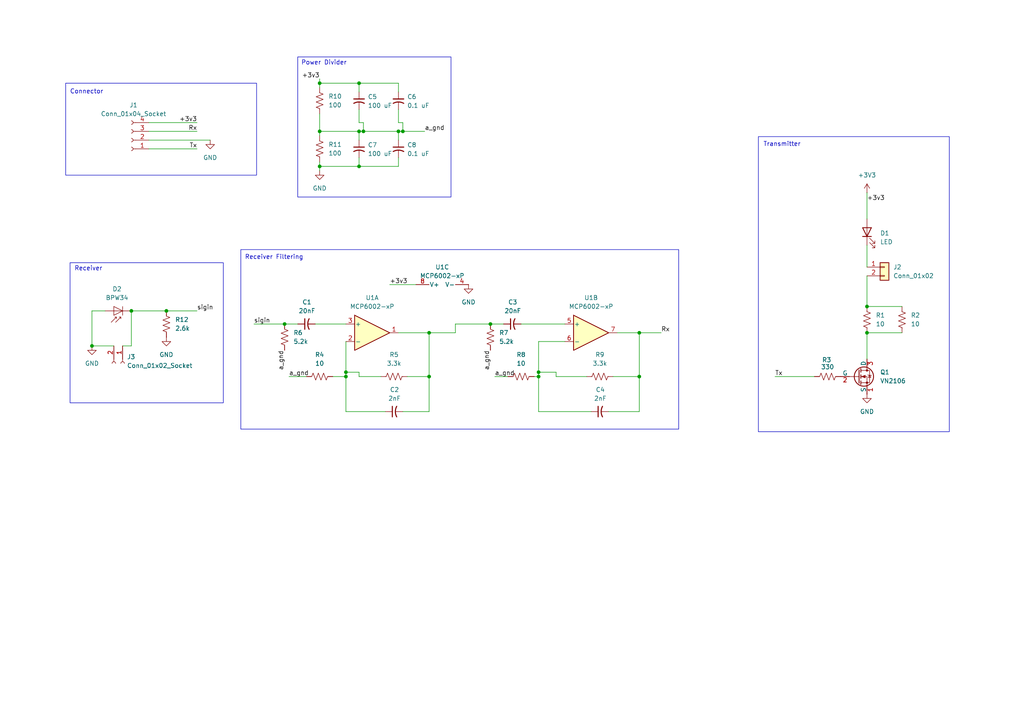
<source format=kicad_sch>
(kicad_sch (version 20250114) (generator "eeschema") (generator_version "9.0")
  (paper "A4")
  (title_block (title "Laser tag pcb") (date "2025-10-16"))
  (lib_symbols
    (symbol "Amplifier_Operational:MCP6002-xP" (pin_names (offset 0.127))
      (property "Reference" "U" (at 0 5.08 0))
      (property "Value" "MCP6002-xP" (at 0 -5.08 0))
      (symbol "MCP6002-xP_1_1"
        (polyline (pts (xy -5.08 5.08) (xy 5.08 0) (xy -5.08 -5.08) (xy -5.08 5.08)) (stroke (width 0.254)) (fill (type background)))
        (pin input line (at -7.62 2.54 0) (length 2.54) (name "+") (number "3"))
        (pin input line (at -7.62 -2.54 0) (length 2.54) (name "-") (number "2"))
        (pin output line (at 7.62 0 180) (length 2.54) (name "~") (number "1"))
      )
      (symbol "MCP6002-xP_2_1"
        (polyline (pts (xy -5.08 5.08) (xy 5.08 0) (xy -5.08 -5.08) (xy -5.08 5.08)) (stroke (width 0.254)) (fill (type background)))
        (pin input line (at -7.62 2.54 0) (length 2.54) (name "+") (number "5"))
        (pin input line (at -7.62 -2.54 0) (length 2.54) (name "-") (number "6"))
        (pin output line (at 7.62 0 180) (length 2.54) (name "~") (number "7"))
      )
      (symbol "MCP6002-xP_3_1"
        (pin power_in line (at -2.54 7.62 270) (length 3.81) (name "V+") (number "8"))
        (pin power_in line (at -2.54 -7.62 90) (length 3.81) (name "V-") (number "4"))
      )
    )
    (symbol "Connector:Conn_01x02_Socket" (pin_names (offset 1.016) (hide yes))
      (property "Reference" "J" (at 0 2.54 0))
      (property "Value" "Conn_01x02_Socket" (at 0 -5.08 0))
      (symbol "Conn_01x02_Socket_1_1"
        (polyline (pts (xy -1.27 0) (xy -0.508 0)) (stroke (width 0.1524)))
        (polyline (pts (xy -1.27 -2.54) (xy -0.508 -2.54)) (stroke (width 0.1524)))
        (arc (start 0 -0.508) (mid -0.5058 0) (end 0 0.508) (stroke (width 0.1524)))
        (arc (start 0 -3.048) (mid -0.5058 -2.54) (end 0 -2.032) (stroke (width 0.1524)))
        (pin passive line (at -5.08 0 0) (length 3.81) (name "Pin_1") (number "1"))
        (pin passive line (at -5.08 -2.54 0) (length 3.81) (name "Pin_2") (number "2"))
      )
    )
    (symbol "Connector:Conn_01x04_Socket" (pin_names (offset 1.016) (hide yes))
      (property "Reference" "J" (at 0 5.08 0))
      (property "Value" "Conn_01x04_Socket" (at 0 -7.62 0))
      (symbol "Conn_01x04_Socket_1_1"
        (polyline (pts (xy -1.27 2.54) (xy -0.508 2.54)) (stroke (width 0.1524)))
        (polyline (pts (xy -1.27 0) (xy -0.508 0)) (stroke (width 0.1524)))
        (polyline (pts (xy -1.27 -2.54) (xy -0.508 -2.54)) (stroke (width 0.1524)))
        (polyline (pts (xy -1.27 -5.08) (xy -0.508 -5.08)) (stroke (width 0.1524)))
        (arc (start 0 2.032) (mid -0.5058 2.54) (end 0 3.048) (stroke (width 0.1524)))
        (arc (start 0 -0.508) (mid -0.5058 0) (end 0 0.508) (stroke (width 0.1524)))
        (arc (start 0 -3.048) (mid -0.5058 -2.54) (end 0 -2.032) (stroke (width 0.1524)))
        (arc (start 0 -5.588) (mid -0.5058 -5.08) (end 0 -4.572) (stroke (width 0.1524)))
        (pin passive line (at -5.08 2.54 0) (length 3.81) (name "Pin_1") (number "1"))
        (pin passive line (at -5.08 0 0) (length 3.81) (name "Pin_2") (number "2"))
        (pin passive line (at -5.08 -2.54 0) (length 3.81) (name "Pin_3") (number "3"))
        (pin passive line (at -5.08 -5.08 0) (length 3.81) (name "Pin_4") (number "4"))
      )
    )
    (symbol "Connector_Generic:Conn_01x02" (pin_names (offset 1.016) (hide yes))
      (property "Reference" "J" (at 0 2.54 0))
      (property "Value" "Conn_01x02" (at 0 -5.08 0))
      (symbol "Conn_01x02_1_1"
        (rectangle (start -1.27 1.27) (end 1.27 -3.81) (stroke (width 0.254)) (fill (type background)))
        (rectangle (start -1.27 0.127) (end 0 -0.127) (stroke (width 0.1524)))
        (rectangle (start -1.27 -2.413) (end 0 -2.667) (stroke (width 0.1524)))
        (pin passive line (at -5.08 0 0) (length 3.81) (name "Pin_1") (number "1"))
        (pin passive line (at -5.08 -2.54 0) (length 3.81) (name "Pin_2") (number "2"))
      )
    )
    (symbol "Device:C_Small_US" (pin_numbers (hide yes)) (pin_names (offset 0.254) (hide yes))
      (property "Reference" "C" (at 0.254 1.778 0))
      (property "Value" "C_Small_US" (at 0.254 -2.032 0))
      (symbol "C_Small_US_0_1"
        (polyline (pts (xy -1.524 0.508) (xy 1.524 0.508)) (stroke (width 0.3048)))
        (arc (start -1.524 -0.762) (mid 0 -0.3734) (end 1.524 -0.762) (stroke (width 0.3048)))
      )
      (symbol "C_Small_US_1_1"
        (pin passive line (at 0 2.54 270) (length 2.032) (name "~") (number "1"))
        (pin passive line (at 0 -2.54 90) (length 2.032) (name "~") (number "2"))
      )
    )
    (symbol "Device:LED" (pin_numbers (hide yes)) (pin_names (offset 1.016) (hide yes))
      (property "Reference" "D" (at 0 2.54 0))
      (property "Value" "LED" (at 0 -2.54 0))
      (symbol "LED_0_1"
        (polyline (pts (xy -3.048 -0.762) (xy -4.572 -2.286) (xy -3.81 -2.286) (xy -4.572 -2.286) (xy -4.572 -1.524)))
        (polyline (pts (xy -1.778 -0.762) (xy -3.302 -2.286) (xy -2.54 -2.286) (xy -3.302 -2.286) (xy -3.302 -1.524)))
        (polyline (pts (xy -1.27 0) (xy 1.27 0)))
        (polyline (pts (xy -1.27 -1.27) (xy -1.27 1.27)) (stroke (width 0.254)))
        (polyline (pts (xy 1.27 -1.27) (xy 1.27 1.27) (xy -1.27 0) (xy 1.27 -1.27)) (stroke (width 0.254)))
      )
      (symbol "LED_1_1"
        (pin passive line (at -3.81 0 0) (length 2.54) (name "K") (number "1"))
        (pin passive line (at 3.81 0 180) (length 2.54) (name "A") (number "2"))
      )
    )
    (symbol "Device:R_US" (pin_numbers (hide yes)) (pin_names (offset 0))
      (property "Reference" "R" (at 2.54 0 90))
      (property "Value" "R_US" (at -2.54 0 90))
      (symbol "R_US_0_1"
        (polyline (pts (xy 0 2.286) (xy 0 2.54)))
        (polyline (pts (xy 0 2.286) (xy 1.016 1.905) (xy 0 1.524) (xy -1.016 1.143) (xy 0 0.762)))
        (polyline (pts (xy 0 0.762) (xy 1.016 0.381) (xy 0 0) (xy -1.016 -0.381) (xy 0 -0.762)))
        (polyline (pts (xy 0 -0.762) (xy 1.016 -1.143) (xy 0 -1.524) (xy -1.016 -1.905) (xy 0 -2.286)))
        (polyline (pts (xy 0 -2.286) (xy 0 -2.54)))
      )
      (symbol "R_US_1_1"
        (pin passive line (at 0 3.81 270) (length 1.27) (name "~") (number "1"))
        (pin passive line (at 0 -3.81 90) (length 1.27) (name "~") (number "2"))
      )
    )
    (symbol "Sensor_Optical:BPW34" (pin_numbers (hide yes)) (pin_names (offset 1.016) (hide yes))
      (property "Reference" "D" (at 0.508 1.778 0))
      (property "Value" "BPW34" (at -1.016 -2.794 0))
      (symbol "BPW34_0_1"
        (polyline (pts (xy -2.54 1.27) (xy -2.54 -1.27)) (stroke (width 0.1524)))
        (polyline (pts (xy -2.032 1.778) (xy -1.524 1.778)))
        (polyline (pts (xy -0.508 3.302) (xy -2.032 1.778) (xy -2.032 2.286)))
        (polyline (pts (xy 0 1.27) (xy -2.54 0) (xy 0 -1.27)))
        (polyline (pts (xy 0 0) (xy -2.54 0)))
        (polyline (pts (xy 0 -1.27) (xy 0 1.27)))
        (polyline (pts (xy 0.762 3.302) (xy -0.762 1.778) (xy -0.762 2.286) (xy -0.762 1.778) (xy -0.254 1.778)))
      )
      (symbol "BPW34_1_1"
        (pin passive line (at -5.08 0 0) (length 2.54) (name "K") (number "1"))
        (pin passive line (at 2.54 0 180) (length 2.54) (name "A") (number "2"))
      )
    )
    (symbol "Simulation_SPICE:NMOS" (pin_names (offset 0))
      (property "Reference" "Q1" (at 6.35 1.2701 0))
      (property "Value" "VN2106" (at 6.35 -1.2699 0))
      (symbol "NMOS_0_1"
        (polyline (pts (xy 0.254 1.905) (xy 0.254 -1.905)) (stroke (width 0.254)))
        (polyline (pts (xy 0.254 0) (xy -2.54 0)))
        (polyline (pts (xy 0.762 2.286) (xy 0.762 1.27)) (stroke (width 0.254)))
        (polyline (pts (xy 0.762 0.508) (xy 0.762 -0.508)) (stroke (width 0.254)))
        (polyline (pts (xy 0.762 -1.27) (xy 0.762 -2.286)) (stroke (width 0.254)))
        (polyline (pts (xy 0.762 -1.778) (xy 3.302 -1.778) (xy 3.302 1.778) (xy 0.762 1.778)))
        (polyline (pts (xy 1.016 0) (xy 2.032 0.381) (xy 2.032 -0.381) (xy 1.016 0)) (fill (type outline)))
        (circle (center 1.651 0) (radius 2.794) (stroke (width 0.254)))
        (polyline (pts (xy 2.54 2.54) (xy 2.54 1.778)))
        (circle (center 2.54 1.778) (radius 0.254) (fill (type outline)))
        (circle (center 2.54 -1.778) (radius 0.254) (fill (type outline)))
        (polyline (pts (xy 2.54 -2.54) (xy 2.54 0) (xy 0.762 0)))
        (polyline (pts (xy 2.794 0.508) (xy 2.921 0.381) (xy 3.683 0.381) (xy 3.81 0.254)))
        (polyline (pts (xy 3.302 0.381) (xy 2.921 -0.254) (xy 3.683 -0.254) (xy 3.302 0.381)))
      )
      (symbol "NMOS_1_1"
        (pin input line (at -5.08 0 0) (length 2.54) (name "G") (number "2"))
        (pin passive line (at 2.54 5.08 270) (length 2.54) (name "D") (number "3"))
        (pin passive line (at 2.54 -5.08 90) (length 2.54) (name "S") (number "1"))
      )
    )
    (symbol "power:+3V3" (power) (pin_numbers (hide yes)) (pin_names (offset 0) (hide yes))
      (property "Value" "+3V3" (at 0 3.556 0))
      (symbol "+3V3_0_1"
        (polyline (pts (xy -0.762 1.27) (xy 0 2.54)))
        (polyline (pts (xy 0 2.54) (xy 0.762 1.27)))
        (polyline (pts (xy 0 0) (xy 0 2.54)))
      )
      (symbol "+3V3_1_1"
        (pin power_in line (at 0 0 90) (length 0) (name "~") (number "1"))
      )
    )
    (symbol "power:GND" (power) (pin_numbers (hide yes)) (pin_names (offset 0) (hide yes))
      (property "Value" "GND" (at 0 -3.81 0))
      (symbol "GND_0_1"
        (polyline (pts (xy 0 0) (xy 0 -1.27) (xy 1.27 -1.27) (xy 0 -2.54) (xy -1.27 -1.27) (xy 0 -1.27)))
      )
      (symbol "GND_1_1"
        (pin power_in line (at 0 0 270) (length 0) (name "~") (number "1"))
      )
    )
  )
  (rectangle (start 69.85 72.39) (end 196.85 124.46))
  (rectangle (start 86.36 16.51) (end 130.81 57.15))
  (rectangle (start 19.05 24.13) (end 74.422 50.8))
  (rectangle (start 20.32 76.2) (end 64.77 116.84))
  (rectangle (start 219.964 39.624) (end 275.336 125.222))
  (text "Receiver" (at 25.654 77.978 0) (effects (font (size 1.27 1.27))))
  (text "Transmitter" (at 226.822 41.91 0) (effects (font (size 1.27 1.27))))
  (text "Connector" (at 25.146 26.67 0) (effects (font (size 1.27 1.27))))
  (text "Power Divider" (at 93.98 18.288 0) (effects (font (size 1.27 1.27))))
  (text "Receiver Filtering" (at 79.502 74.676 0) (effects (font (size 1.27 1.27))))
  (junction (at 38.1 90.17))
  (junction (at 124.46 96.52))
  (junction (at 104.14 24.13))
  (junction (at 156.21 109.22))
  (junction (at 100.33 109.22))
  (junction (at 92.71 48.26))
  (junction (at 104.14 48.26))
  (junction (at 82.55 93.98))
  (junction (at 156.21 107.95))
  (junction (at 92.71 24.13))
  (junction (at 251.46 96.52))
  (junction (at 116.84 38.1))
  (junction (at 100.33 107.95))
  (junction (at 104.14 38.1))
  (junction (at 92.71 38.1))
  (junction (at 251.46 88.9))
  (junction (at 185.42 96.52))
  (junction (at 124.46 109.22))
  (junction (at 26.67 100.33))
  (junction (at 115.57 38.1))
  (junction (at 185.42 109.22))
  (junction (at 105.41 38.1))
  (junction (at 48.26 90.17))
  (junction (at 142.24 93.98))
  (wire (pts (xy 115.57 24.13) (xy 115.57 26.67)))
  (wire (pts (xy 185.42 109.22) (xy 185.42 96.52)))
  (wire (pts (xy 163.83 99.06) (xy 156.21 99.06)))
  (wire (pts (xy 118.11 109.22) (xy 124.46 109.22)))
  (wire (pts (xy 92.71 33.02) (xy 92.71 38.1)))
  (wire (pts (xy 156.21 119.38) (xy 171.45 119.38)))
  (wire (pts (xy 151.13 93.98) (xy 163.83 93.98)))
  (wire (pts (xy 92.71 48.26) (xy 104.14 48.26)))
  (wire (pts (xy 115.57 31.75) (xy 115.57 35.56)))
  (wire (pts (xy 185.42 119.38) (xy 185.42 109.22)))
  (wire (pts (xy 132.08 96.52) (xy 132.08 93.98)))
  (wire (pts (xy 104.14 24.13) (xy 115.57 24.13)))
  (wire (pts (xy 251.46 80.01) (xy 251.46 88.9)))
  (wire (pts (xy 104.14 45.72) (xy 104.14 48.26)))
  (wire (pts (xy 177.8 109.22) (xy 185.42 109.22)))
  (wire (pts (xy 116.84 119.38) (xy 124.46 119.38)))
  (wire (pts (xy 92.71 49.53) (xy 92.71 48.26)))
  (wire (pts (xy 38.1 100.33) (xy 35.56 100.33)))
  (wire (pts (xy 92.71 48.26) (xy 92.71 46.99)))
  (wire (pts (xy 26.67 100.33) (xy 33.02 100.33)))
  (wire (pts (xy 104.14 48.26) (xy 115.57 48.26)))
  (wire (pts (xy 91.44 93.98) (xy 100.33 93.98)))
  (wire (pts (xy 143.51 109.22) (xy 147.32 109.22)))
  (wire (pts (xy 116.84 38.1) (xy 123.19 38.1)))
  (wire (pts (xy 105.41 38.1) (xy 115.57 38.1)))
  (wire (pts (xy 156.21 109.22) (xy 156.21 119.38)))
  (wire (pts (xy 92.71 24.13) (xy 92.71 25.4)))
  (wire (pts (xy 43.18 43.18) (xy 57.15 43.18)))
  (wire (pts (xy 251.46 96.52) (xy 261.62 96.52)))
  (wire (pts (xy 132.08 93.98) (xy 142.24 93.98)))
  (wire (pts (xy 104.14 35.56) (xy 105.41 35.56)))
  (wire (pts (xy 92.71 38.1) (xy 104.14 38.1)))
  (wire (pts (xy 115.57 45.72) (xy 115.57 48.26)))
  (wire (pts (xy 92.71 22.86) (xy 92.71 24.13)))
  (wire (pts (xy 113.03 82.55) (xy 120.65 82.55)))
  (wire (pts (xy 43.18 40.64) (xy 60.96 40.64)))
  (wire (pts (xy 30.48 90.17) (xy 26.67 90.17)))
  (wire (pts (xy 156.21 99.06) (xy 156.21 107.95)))
  (wire (pts (xy 115.57 38.1) (xy 116.84 38.1)))
  (wire (pts (xy 43.18 35.56) (xy 57.15 35.56)))
  (wire (pts (xy 38.1 90.17) (xy 48.26 90.17)))
  (wire (pts (xy 185.42 96.52) (xy 179.07 96.52)))
  (wire (pts (xy 161.29 109.22) (xy 161.29 107.95)))
  (wire (pts (xy 96.52 109.22) (xy 100.33 109.22)))
  (wire (pts (xy 104.14 38.1) (xy 105.41 38.1)))
  (wire (pts (xy 82.55 93.98) (xy 86.36 93.98)))
  (wire (pts (xy 48.26 90.17) (xy 57.15 90.17)))
  (wire (pts (xy 154.94 109.22) (xy 156.21 109.22)))
  (wire (pts (xy 100.33 107.95) (xy 104.14 107.95)))
  (wire (pts (xy 38.1 90.17) (xy 38.1 100.33)))
  (wire (pts (xy 124.46 109.22) (xy 124.46 96.52)))
  (wire (pts (xy 83.82 109.22) (xy 88.9 109.22)))
  (wire (pts (xy 105.41 35.56) (xy 105.41 38.1)))
  (wire (pts (xy 176.53 119.38) (xy 185.42 119.38)))
  (wire (pts (xy 142.24 93.98) (xy 146.05 93.98)))
  (wire (pts (xy 104.14 38.1) (xy 104.14 40.64)))
  (wire (pts (xy 115.57 96.52) (xy 124.46 96.52)))
  (wire (pts (xy 104.14 109.22) (xy 104.14 107.95)))
  (wire (pts (xy 115.57 35.56) (xy 116.84 35.56)))
  (wire (pts (xy 92.71 38.1) (xy 92.71 39.37)))
  (wire (pts (xy 170.18 109.22) (xy 161.29 109.22)))
  (wire (pts (xy 100.33 109.22) (xy 100.33 119.38)))
  (wire (pts (xy 73.66 93.98) (xy 82.55 93.98)))
  (wire (pts (xy 251.46 88.9) (xy 261.62 88.9)))
  (wire (pts (xy 224.79 109.22) (xy 236.22 109.22)))
  (wire (pts (xy 43.18 38.1) (xy 57.15 38.1)))
  (wire (pts (xy 124.46 96.52) (xy 132.08 96.52)))
  (wire (pts (xy 156.21 107.95) (xy 161.29 107.95)))
  (wire (pts (xy 104.14 31.75) (xy 104.14 35.56)))
  (wire (pts (xy 100.33 107.95) (xy 100.33 109.22)))
  (wire (pts (xy 116.84 35.56) (xy 116.84 38.1)))
  (wire (pts (xy 110.49 109.22) (xy 104.14 109.22)))
  (wire (pts (xy 92.71 24.13) (xy 104.14 24.13)))
  (wire (pts (xy 185.42 96.52) (xy 191.77 96.52)))
  (wire (pts (xy 251.46 55.88) (xy 251.46 63.5)))
  (wire (pts (xy 100.33 99.06) (xy 100.33 107.95)))
  (wire (pts (xy 124.46 119.38) (xy 124.46 109.22)))
  (wire (pts (xy 251.46 71.12) (xy 251.46 77.47)))
  (wire (pts (xy 156.21 107.95) (xy 156.21 109.22)))
  (wire (pts (xy 115.57 38.1) (xy 115.57 40.64)))
  (wire (pts (xy 26.67 90.17) (xy 26.67 100.33)))
  (wire (pts (xy 100.33 119.38) (xy 111.76 119.38)))
  (wire (pts (xy 251.46 96.52) (xy 251.46 104.14)))
  (wire (pts (xy 104.14 24.13) (xy 104.14 26.67)))
  (label "a_gnd" (at 143.51 109.22 0))
  (label "a_gnd" (at 123.19 38.1 0))
  (label "Tx" (at 224.79 109.22 0))
  (label "+3v3" (at 113.03 82.55 0))
  (label "a_gnd" (at 83.82 109.22 0))
  (label "Tx" (at 57.15 43.18 180))
  (label "sigin" (at 73.66 93.98 0))
  (label "+3v3" (at 57.15 35.56 180))
  (label "a_gnd" (at 82.55 101.6 270))
  (label "+3v3" (at 251.46 58.42 0))
  (label "sigin" (at 57.15 90.17 0))
  (label "+3v3" (at 92.71 22.86 180))
  (label "Rx" (at 191.77 96.52 0))
  (label "a_gnd" (at 142.24 101.6 270))
  (label "Rx" (at 57.15 38.1 180))
  (symbol (lib_id "Device:R_US") (at 142.24 97.79 180) (unit 1)
    (property "Reference" "R7" (at 144.78 96.5199 0) (effects (justify right)))
    (property "Value" "5.2k" (at 144.78 99.0599 0) (effects (justify right)))
    (property "Footprint" "Resistor_SMD:R_0805_2012Metric_Pad1.20x1.40mm_HandSolder" (effects (hide yes)))
    (property "Description" "Resistor, US symbol" (effects (hide yes)))
  )
  (symbol (lib_id "Device:C_Small_US") (at 114.3 119.38 90) (unit 1)
    (property "Reference" "C2" (at 114.427 113.03 90))
    (property "Value" "2nF" (at 114.427 115.57 90))
    (property "Footprint" "Capacitor_SMD:C_0805_2012Metric_Pad1.18x1.45mm_HandSolder" (effects (hide yes)))
    (property "Description" "capacitor, small US symbol" (effects (hide yes)))
  )
  (symbol (lib_id "Device:C_Small_US") (at 104.14 29.21 0) (unit 1)
    (property "Reference" "C5" (at 106.68 28.0669 0) (effects (justify left)))
    (property "Value" "100 uF" (at 106.68 30.6069 0) (effects (justify left)))
    (property "Footprint" "Capacitor_THT:CP_Radial_D10.0mm_P5.00mm" (effects (hide yes)))
    (property "Description" "capacitor, small US symbol" (effects (hide yes)))
  )
  (symbol (lib_id "Connector_Generic:Conn_01x02") (at 256.54 77.47 0) (unit 1)
    (property "Reference" "J2" (at 259.08 77.4699 0) (effects (justify left)))
    (property "Value" "Conn_01x02" (at 259.08 80.0099 0) (effects (justify left)))
    (property "Footprint" "Connector_PinHeader_2.54mm:PinHeader_1x02_P2.54mm_Vertical" (effects (hide yes)))
    (property "Description" "Generic connector, single row, 01x02, script generated (kicad-library-utils/schlib/autogen/connector/)" (effects (hide yes)))
  )
  (symbol (lib_id "power:GND") (at 251.46 114.3 0) (unit 1)
    (property "Reference" "#PWR01" (effects (hide yes)))
    (property "Value" "GND" (at 251.46 119.38 0))
    (property "Description" "Power symbol creates a global label with name \"GND\" , ground" (effects (hide yes)))
  )
  (symbol (lib_id "Device:LED") (at 251.46 67.31 90) (unit 1)
    (property "Reference" "D1" (at 255.27 67.6274 90) (effects (justify right)))
    (property "Value" "LED" (at 255.27 70.1674 90) (effects (justify right)))
    (property "Footprint" "LED_THT:LED_D3.0mm" (effects (hide yes)))
    (property "Description" "Light emitting diode" (effects (hide yes)))
    (property "Sim.Pins" "1=K 2=A" (effects (hide yes)))
  )
  (symbol (lib_id "power:GND") (at 26.67 100.33 0) (unit 1)
    (property "Reference" "#PWR06" (effects (hide yes)))
    (property "Value" "GND" (at 26.67 105.41 0))
    (property "Description" "Power symbol creates a global label with name \"GND\" , ground" (effects (hide yes)))
  )
  (symbol (lib_id "power:GND") (at 92.71 49.53 0) (unit 1)
    (property "Reference" "#PWR04" (effects (hide yes)))
    (property "Value" "GND" (at 92.71 54.61 0))
    (property "Description" "Power symbol creates a global label with name \"GND\" , ground" (effects (hide yes)))
  )
  (symbol (lib_id "Device:C_Small_US") (at 88.9 93.98 90) (unit 1)
    (property "Reference" "C1" (at 89.027 87.63 90))
    (property "Value" "20nF" (at 89.027 90.17 90))
    (property "Footprint" "Capacitor_SMD:C_0805_2012Metric_Pad1.18x1.45mm_HandSolder" (effects (hide yes)))
    (property "Description" "capacitor, small US symbol" (effects (hide yes)))
  )
  (symbol (lib_id "Device:R_US") (at 48.26 93.98 180) (unit 1)
    (property "Reference" "R12" (at 50.8 92.7099 0) (effects (justify right)))
    (property "Value" "2.6k" (at 50.8 95.2499 0) (effects (justify right)))
    (property "Footprint" "Resistor_SMD:R_0805_2012Metric_Pad1.20x1.40mm_HandSolder" (effects (hide yes)))
    (property "Description" "Resistor, US symbol" (effects (hide yes)))
  )
  (symbol (lib_id "Device:C_Small_US") (at 148.59 93.98 90) (unit 1)
    (property "Reference" "C3" (at 148.717 87.63 90))
    (property "Value" "20nF" (at 148.717 90.17 90))
    (property "Footprint" "Capacitor_SMD:C_0805_2012Metric_Pad1.18x1.45mm_HandSolder" (effects (hide yes)))
    (property "Description" "capacitor, small US symbol" (effects (hide yes)))
  )
  (symbol (lib_id "power:GND") (at 48.26 97.79 0) (unit 1)
    (property "Reference" "#PWR07" (effects (hide yes)))
    (property "Value" "GND" (at 48.26 102.87 0))
    (property "Description" "Power symbol creates a global label with name \"GND\" , ground" (effects (hide yes)))
  )
  (symbol (lib_id "power:GND") (at 135.89 82.55 0) (unit 1)
    (property "Reference" "#PWR05" (effects (hide yes)))
    (property "Value" "GND" (at 135.89 87.63 0))
    (property "Description" "Power symbol creates a global label with name \"GND\" , ground" (effects (hide yes)))
  )
  (symbol (lib_id "power:GND") (at 60.96 40.64 0) (unit 1)
    (property "Reference" "#PWR03" (effects (hide yes)))
    (property "Value" "GND" (at 60.96 45.72 0))
    (property "Description" "Power symbol creates a global label with name \"GND\" , ground" (effects (hide yes)))
  )
  (symbol (lib_id "Simulation_SPICE:NMOS") (at 248.92 109.22 0) (unit 1)
    (property "Reference" "Q1" (at 255.27 107.9499 0) (effects (justify left)))
    (property "Value" "VN2106" (at 255.27 110.4899 0) (effects (justify left)))
    (property "Footprint" "Package_TO_SOT_THT:TO-92_Inline" (effects (hide yes)))
    (property "Datasheet" "https://ngspice.sourceforge.io/docs/ngspice-html-manual/manual.xhtml#cha_MOSFETs" (effects (hide yes)))
    (property "Description" "N-MOSFET transistor, drain/source/gate" (effects (hide yes)))
    (property "Sim.Device" "NMOS" (effects (hide yes)))
    (property "Sim.Type" "VDMOS" (effects (hide yes)))
    (property "Sim.Pins" "1=D 2=G 3=S" (effects (hide yes)))
  )
  (symbol (lib_id "Device:R_US") (at 251.46 92.71 0) (unit 1)
    (property "Reference" "R1" (at 254 91.4399 0) (effects (justify left)))
    (property "Value" "10" (at 254 93.9799 0) (effects (justify left)))
    (property "Footprint" "Resistor_SMD:R_0805_2012Metric_Pad1.20x1.40mm_HandSolder" (effects (hide yes)))
    (property "Description" "Resistor, US symbol" (effects (hide yes)))
  )
  (symbol (lib_id "Connector:Conn_01x02_Socket") (at 35.56 105.41 270) (unit 1)
    (property "Reference" "J3" (at 36.83 103.5049 90) (effects (justify left)))
    (property "Value" "Conn_01x02_Socket" (at 36.83 106.0449 90) (effects (justify left)))
    (property "Footprint" "Connector_JST:JST_PH_B2B-PH-K_1x02_P2.00mm_Vertical" (effects (hide yes)))
    (property "Description" "Generic connector, single row, 01x02, script generated" (effects (hide yes)))
  )
  (symbol (lib_id "Device:C_Small_US") (at 173.99 119.38 90) (unit 1)
    (property "Reference" "C4" (at 174.117 113.03 90))
    (property "Value" "2nF" (at 174.117 115.57 90))
    (property "Footprint" "Capacitor_SMD:C_0805_2012Metric_Pad1.18x1.45mm_HandSolder" (effects (hide yes)))
    (property "Description" "capacitor, small US symbol" (effects (hide yes)))
  )
  (symbol (lib_id "Amplifier_Operational:MCP6002-xP") (at 171.45 96.52 0) (unit 2)
    (property "Reference" "U1" (at 171.45 86.36 0))
    (property "Value" "MCP6002-xP" (at 171.45 88.9 0))
    (property "Footprint" "Package_DIP:DIP-8_W7.62mm" (effects (hide yes)))
    (property "Datasheet" "http://ww1.microchip.com/downloads/en/DeviceDoc/21733j.pdf" (effects (hide yes)))
    (property "Description" "1MHz, Low-Power Op Amp, DIP-8" (effects (hide yes)))
  )
  (symbol (lib_id "Device:R_US") (at 240.03 109.22 90) (unit 1)
    (property "Reference" "R3" (at 239.776 104.394 90))
    (property "Value" "330" (at 240.03 106.426 90))
    (property "Footprint" "Resistor_SMD:R_0805_2012Metric_Pad1.20x1.40mm_HandSolder" (effects (hide yes)))
    (property "Description" "Resistor, US symbol" (effects (hide yes)))
  )
  (symbol (lib_id "Device:R_US") (at 92.71 43.18 180) (unit 1)
    (property "Reference" "R11" (at 95.25 41.9099 0) (effects (justify right)))
    (property "Value" "100" (at 95.25 44.4499 0) (effects (justify right)))
    (property "Footprint" "Resistor_SMD:R_0805_2012Metric_Pad1.20x1.40mm_HandSolder" (effects (hide yes)))
    (property "Description" "Resistor, US symbol" (effects (hide yes)))
  )
  (symbol (lib_id "Device:R_US") (at 151.13 109.22 90) (unit 1)
    (property "Reference" "R8" (at 151.13 102.87 90))
    (property "Value" "10" (at 151.13 105.41 90))
    (property "Footprint" "Resistor_SMD:R_0805_2012Metric_Pad1.20x1.40mm_HandSolder" (effects (hide yes)))
    (property "Description" "Resistor, US symbol" (effects (hide yes)))
  )
  (symbol (lib_id "Connector:Conn_01x04_Socket") (at 38.1 40.64 180) (unit 1)
    (property "Reference" "J1" (at 38.735 30.48 0))
    (property "Value" "Conn_01x04_Socket" (at 38.735 33.02 0))
    (property "Footprint" "Connector_PinSocket_2.54mm:PinSocket_1x04_P2.54mm_Vertical" (effects (hide yes)))
    (property "Description" "Generic connector, single row, 01x04, script generated" (effects (hide yes)))
  )
  (symbol (lib_id "Amplifier_Operational:MCP6002-xP") (at 107.95 96.52 0) (unit 1)
    (property "Reference" "U1" (at 107.95 86.36 0))
    (property "Value" "MCP6002-xP" (at 107.95 88.9 0))
    (property "Footprint" "Package_DIP:DIP-8_W7.62mm" (effects (hide yes)))
    (property "Datasheet" "http://ww1.microchip.com/downloads/en/DeviceDoc/21733j.pdf" (effects (hide yes)))
    (property "Description" "1MHz, Low-Power Op Amp, DIP-8" (effects (hide yes)))
  )
  (symbol (lib_id "power:+3V3") (at 251.46 55.88 0) (unit 1)
    (property "Reference" "#PWR02" (effects (hide yes)))
    (property "Value" "+3V3" (at 251.46 50.8 0))
    (property "Description" "Power symbol creates a global label with name \"+3V3\"" (effects (hide yes)))
  )
  (symbol (lib_id "Device:C_Small_US") (at 115.57 43.18 0) (unit 1)
    (property "Reference" "C8" (at 118.11 42.0369 0) (effects (justify left)))
    (property "Value" "0.1 uF" (at 118.11 44.5769 0) (effects (justify left)))
    (property "Footprint" "Capacitor_SMD:C_0805_2012Metric_Pad1.18x1.45mm_HandSolder" (effects (hide yes)))
    (property "Description" "capacitor, small US symbol" (effects (hide yes)))
  )
  (symbol (lib_id "Amplifier_Operational:MCP6002-xP") (at 128.27 80.01 90) (unit 3)
    (property "Reference" "U1" (at 128.27 77.47 90))
    (property "Value" "MCP6002-xP" (at 128.27 80.01 90))
    (property "Footprint" "Package_DIP:DIP-8_W7.62mm" (effects (hide yes)))
    (property "Datasheet" "http://ww1.microchip.com/downloads/en/DeviceDoc/21733j.pdf" (effects (hide yes)))
    (property "Description" "1MHz, Low-Power Op Amp, DIP-8" (effects (hide yes)))
  )
  (symbol (lib_id "Device:R_US") (at 92.71 29.21 180) (unit 1)
    (property "Reference" "R10" (at 95.25 27.9399 0) (effects (justify right)))
    (property "Value" "100" (at 95.25 30.4799 0) (effects (justify right)))
    (property "Footprint" "Resistor_SMD:R_0805_2012Metric_Pad1.20x1.40mm_HandSolder" (effects (hide yes)))
    (property "Description" "Resistor, US symbol" (effects (hide yes)))
  )
  (symbol (lib_id "Device:R_US") (at 261.62 92.71 0) (unit 1)
    (property "Reference" "R2" (at 264.16 91.4399 0) (effects (justify left)))
    (property "Value" "10" (at 264.16 93.9799 0) (effects (justify left)))
    (property "Footprint" "Resistor_SMD:R_0805_2012Metric_Pad1.20x1.40mm_HandSolder" (effects (hide yes)))
    (property "Description" "Resistor, US symbol" (effects (hide yes)))
  )
  (symbol (lib_id "Device:C_Small_US") (at 104.14 43.18 0) (unit 1)
    (property "Reference" "C7" (at 106.68 42.0369 0) (effects (justify left)))
    (property "Value" "100 uF" (at 106.68 44.5769 0) (effects (justify left)))
    (property "Footprint" "Capacitor_THT:CP_Radial_D10.0mm_P5.00mm" (effects (hide yes)))
    (property "Description" "capacitor, small US symbol" (effects (hide yes)))
  )
  (symbol (lib_id "Device:R_US") (at 173.99 109.22 90) (unit 1)
    (property "Reference" "R9" (at 173.99 102.87 90))
    (property "Value" "3.3k" (at 173.99 105.41 90))
    (property "Footprint" "Resistor_SMD:R_0805_2012Metric_Pad1.20x1.40mm_HandSolder" (effects (hide yes)))
    (property "Description" "Resistor, US symbol" (effects (hide yes)))
  )
  (symbol (lib_id "Sensor_Optical:BPW34") (at 33.02 90.17 180) (unit 1)
    (property "Reference" "D2" (at 33.9471 83.82 0))
    (property "Value" "BPW34" (at 33.9471 86.36 0))
    (property "Footprint" "OptoDevice:Osram_DIL2_4.3x4.65mm_P5.08mm" (effects (hide yes)))
    (property "Datasheet" "http://www.vishay.com/docs/81521/bpw34.pdf" (effects (hide yes)))
    (property "Description" "Silicon PIN Photodiode" (effects (hide yes)))
  )
  (symbol (lib_id "Device:R_US") (at 92.71 109.22 90) (unit 1)
    (property "Reference" "R4" (at 92.71 102.87 90))
    (property "Value" "10" (at 92.71 105.41 90))
    (property "Footprint" "Resistor_SMD:R_0805_2012Metric_Pad1.20x1.40mm_HandSolder" (effects (hide yes)))
    (property "Description" "Resistor, US symbol" (effects (hide yes)))
  )
  (symbol (lib_id "Device:R_US") (at 114.3 109.22 90) (unit 1)
    (property "Reference" "R5" (at 114.3 102.87 90))
    (property "Value" "3.3k" (at 114.3 105.41 90))
    (property "Footprint" "Resistor_SMD:R_0805_2012Metric_Pad1.20x1.40mm_HandSolder" (effects (hide yes)))
    (property "Description" "Resistor, US symbol" (effects (hide yes)))
  )
  (symbol (lib_id "Device:C_Small_US") (at 115.57 29.21 0) (unit 1)
    (property "Reference" "C6" (at 118.11 28.0669 0) (effects (justify left)))
    (property "Value" "0.1 uF" (at 118.11 30.6069 0) (effects (justify left)))
    (property "Footprint" "Capacitor_SMD:C_0805_2012Metric_Pad1.18x1.45mm_HandSolder" (effects (hide yes)))
    (property "Description" "capacitor, small US symbol" (effects (hide yes)))
  )
  (symbol (lib_id "Device:R_US") (at 82.55 97.79 180) (unit 1)
    (property "Reference" "R6" (at 85.09 96.5199 0) (effects (justify right)))
    (property "Value" "5.2k" (at 85.09 99.0599 0) (effects (justify right)))
    (property "Footprint" "Resistor_SMD:R_0805_2012Metric_Pad1.20x1.40mm_HandSolder" (effects (hide yes)))
    (property "Description" "Resistor, US symbol" (effects (hide yes)))
  )
)
</source>
